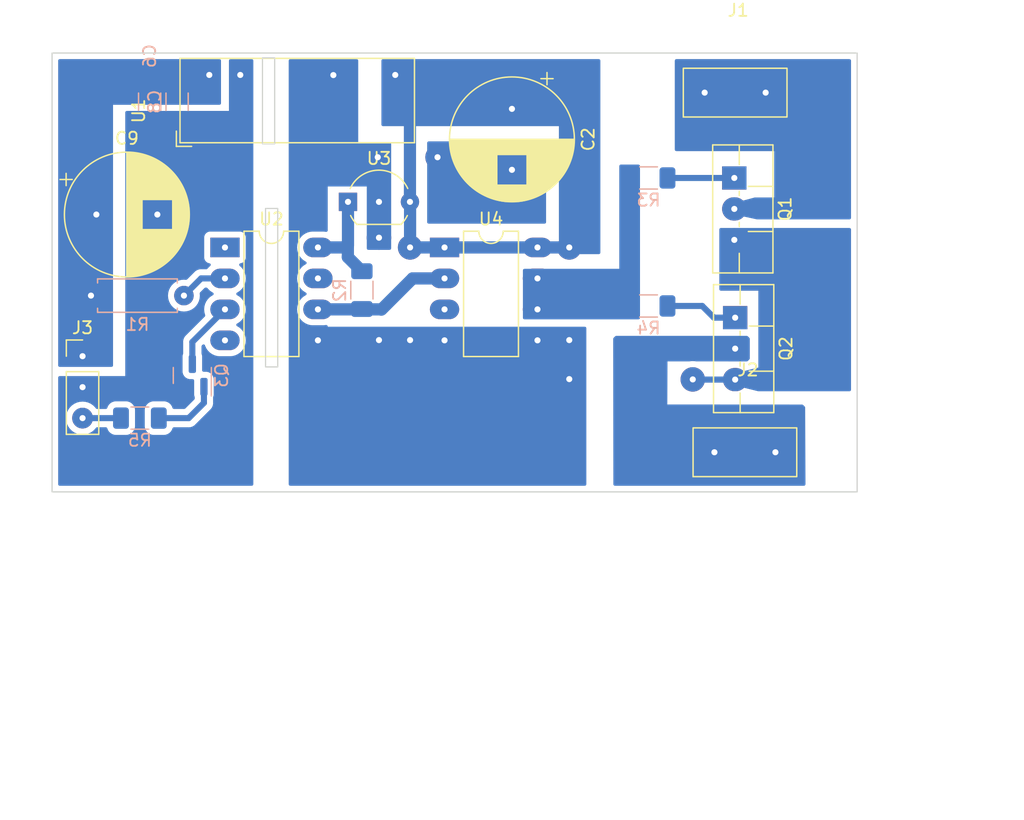
<source format=kicad_pcb>
(kicad_pcb (version 20211014) (generator pcbnew)
  (layers (0 "F.Cu" signal) (31 "B.Cu" signal) (34 "B.Paste" user) (35 "F.Paste" user) (36 "B.SilkS" user "B.Silkscreen") (37 "F.SilkS" user "F.Silkscreen") (38 "B.Mask" user) (39 "F.Mask" user) (44 "Edge.Cuts" user))
  (net 0 "")
  (net 1 "+15V")
  (net 2 "GND2")
  (net 3 "/Bidirectional-Switch/Lin")
  (net 4 "/Bidirectional-Switch/Lout")
  (net 5 "Net-(R1-Pad2)")
  (net 6 "+5V")
  (net 8 "GND")
  (net 10 "/Bidirectional-Switch/Gate1")
  (net 11 "/Bidirectional-Switch/Gate2")
  (net 12 "/Bidirectional-Switch/Gate")
  (net 13 "+12V")
  (net 14 "Net-(Q3-Pad1)")
  (net 15 "/Bidirectional-Switch/PWM")
  (net 16 "/Bidirectional-Switch/PWM2")
  (net 17 "Net-(Q3-Pad3)")
  (footprint "TerminalBlock:Spade-Terminal" (layer "F.Cu") (at 198.8 107.5)
    (fp_text reference "J2" (at 0.25 -6.75 unlocked) (layer "F.SilkS"))
    (fp_text value "Conn_01x01_Male")
    (pad "1" thru_hole circle (at 2.5 0) (size 2.5 2.5) (drill 0.5) (layers *.Cu *.Mask) (net 4 "/Bidirectional-Switch/Lout"))
    (pad "1" thru_hole circle (at -2.5 0) (size 2.5 2.5) (drill 0.5) (layers *.Cu *.Mask) (net 4 "/Bidirectional-Switch/Lout"))
  )
  (footprint "Package_TO_SOT_THT:TO-220F-3_Vertical" (layer "F.Cu") (at 198 96.46 -90)
    (fp_text reference "Q2" (at 2.54 -4.1675 -90) (layer "F.SilkS"))
    (fp_text value "Q_NMOS_GDS")
    (pad "1" thru_hole rect (at 0 0 270) (size 1.905 2) (drill 0.5) (layers *.Cu *.Mask) (net 11 "/Bidirectional-Switch/Gate2"))
    (pad "2" thru_hole oval (at 2.54 0 270) (size 1.905 2) (drill 0.5) (layers *.Cu *.Mask) (net 4 "/Bidirectional-Switch/Lout"))
    (pad "3" thru_hole oval (at 5.08 0 270) (size 1.905 2) (drill 0.5) (layers *.Cu *.Mask) (net 2 "GND2"))
  )
  (footprint "Package_TO_SOT_THT:TO-92_Inline_Wide" (layer "F.Cu") (at 166.26 86.96)
    (fp_text reference "U3" (at 2.54 -3.56) (layer "F.SilkS"))
    (fp_text value "L78L05_TO92")
    (pad "1" thru_hole rect (at 0 0) (size 1.5 1.5) (drill 0.5) (layers *.Cu *.Mask) (net 6 "+5V"))
    (pad "2" thru_hole circle (at 2.54 0) (size 1.5 1.5) (drill 0.5) (layers *.Cu *.Mask) (net 2 "GND2"))
    (pad "3" thru_hole circle (at 5.08 0) (size 1.5 1.5) (drill 0.5) (layers *.Cu *.Mask) (net 1 "+15V"))
  )
  (footprint "Package_DIP:DIP-8_W7.62mm_LongPads" (layer "F.Cu") (at 156.175 90.7)
    (fp_text reference "U2" (at 3.81 -2.33) (layer "F.SilkS"))
    (fp_text value "6N137")
    (pad "1" thru_hole rect (at 0 0) (size 2.4 1.6) (drill 0.5) (layers *.Cu *.Mask))
    (pad "2" thru_hole oval (at 0 2.54) (size 2.4 1.6) (drill 0.5) (layers *.Cu *.Mask) (net 5 "Net-(R1-Pad2)"))
    (pad "3" thru_hole oval (at 0 5.08) (size 2.4 1.6) (drill 0.5) (layers *.Cu *.Mask) (net 17 "Net-(Q3-Pad3)"))
    (pad "4" thru_hole oval (at 0 7.62) (size 2.4 1.6) (drill 0.5) (layers *.Cu *.Mask))
    (pad "5" thru_hole oval (at 7.62 7.62) (size 2.4 1.6) (drill 0.5) (layers *.Cu *.Mask) (net 2 "GND2"))
    (pad "6" thru_hole oval (at 7.62 5.08) (size 2.4 1.6) (drill 0.5) (layers *.Cu *.Mask) (net 16 "/Bidirectional-Switch/PWM2"))
    (pad "7" thru_hole oval (at 7.62 2.54) (size 2.4 1.6) (drill 0.5) (layers *.Cu *.Mask))
    (pad "8" thru_hole oval (at 7.62 0) (size 2.4 1.6) (drill 0.5) (layers *.Cu *.Mask) (net 6 "+5V"))
  )
  (footprint "Package_TO_SOT_THT:TO-220F-3_Vertical" (layer "F.Cu") (at 197.93 85 -90)
    (fp_text reference "Q1" (at 2.54 -4.1675 -90) (layer "F.SilkS"))
    (fp_text value "Q_NMOS_GDS")
    (pad "1" thru_hole rect (at 0 0 270) (size 1.905 2) (drill 0.5) (layers *.Cu *.Mask) (net 10 "/Bidirectional-Switch/Gate1"))
    (pad "2" thru_hole oval (at 2.54 0 270) (size 1.905 2) (drill 0.5) (layers *.Cu *.Mask) (net 3 "/Bidirectional-Switch/Lin"))
    (pad "3" thru_hole oval (at 5.08 0 270) (size 1.905 2) (drill 0.5) (layers *.Cu *.Mask) (net 2 "GND2"))
  )
  (footprint "Connector_PinHeader_2.54mm:PinHeader_1x03_P2.54mm_Vertical" (layer "F.Cu") (at 144.5 99.62)
    (fp_text reference "J3" (at 0 -2.33) (layer "F.SilkS"))
    (fp_text value "Conn_01x03_Male")
    (pad "1" thru_hole rect (at 0 0) (size 1.7 1.7) (drill 0.5) (layers *.Cu *.Mask) (net 13 "+12V"))
    (pad "2" thru_hole oval (at 0 2.54) (size 1.7 1.7) (drill 0.5) (layers *.Cu *.Mask) (net 8 "GND"))
    (pad "3" thru_hole oval (at 0 5.08) (size 1.7 1.7) (drill 0.5) (layers *.Cu *.Mask) (net 15 "/Bidirectional-Switch/PWM"))
  )
  (footprint "Package_DIP:DIP-8_W7.62mm_LongPads" (layer "F.Cu") (at 174.175 90.7)
    (fp_text reference "U4" (at 3.81 -2.33) (layer "F.SilkS"))
    (fp_text value "TC4420")
    (pad "1" thru_hole rect (at 0 0) (size 2.4 1.6) (drill 0.5) (layers *.Cu *.Mask) (net 1 "+15V"))
    (pad "2" thru_hole oval (at 0 2.54) (size 2.4 1.6) (drill 0.5) (layers *.Cu *.Mask) (net 16 "/Bidirectional-Switch/PWM2"))
    (pad "3" thru_hole oval (at 0 5.08) (size 2.4 1.6) (drill 0.5) (layers *.Cu *.Mask))
    (pad "4" thru_hole oval (at 0 7.62) (size 2.4 1.6) (drill 0.5) (layers *.Cu *.Mask) (net 2 "GND2"))
    (pad "5" thru_hole oval (at 7.62 7.62) (size 2.4 1.6) (drill 0.5) (layers *.Cu *.Mask) (net 2 "GND2"))
    (pad "6" thru_hole oval (at 7.62 5.08) (size 2.4 1.6) (drill 0.5) (layers *.Cu *.Mask) (net 12 "/Bidirectional-Switch/Gate"))
    (pad "7" thru_hole oval (at 7.62 2.54) (size 2.4 1.6) (drill 0.5) (layers *.Cu *.Mask) (net 12 "/Bidirectional-Switch/Gate"))
    (pad "8" thru_hole oval (at 7.62 0) (size 2.4 1.6) (drill 0.5) (layers *.Cu *.Mask) (net 1 "+15V"))
  )
  (footprint "Capacitor_THT:CP_Radial_D10.0mm_P5.00mm" (layer "F.Cu") (at 145.632323 88)
    (fp_text reference "C9" (at 2.5 -6.25) (layer "F.SilkS"))
    (fp_text value "100u")
    (pad "1" thru_hole rect (at 0 0) (size 2 2) (drill 0.5) (layers *.Cu *.Mask) (net 13 "+12V"))
    (pad "2" thru_hole circle (at 5 0) (size 2 2) (drill 0.5) (layers *.Cu *.Mask) (net 8 "GND"))
  )
  (footprint "Converter_DCDC:IHL-Series" (layer "F.Cu") (at 161.6 79 90)
    (fp_text reference "U1" (at -0.5 -12.5 90 unlocked) (layer "F.SilkS"))
    (fp_text value "IHL0212S15")
    (pad "1" thru_hole rect (at 2.45 -6.71 90) (size 1.85 1.85) (drill 0.5) (layers *.Cu *.Mask) (net 13 "+12V"))
    (pad "2" thru_hole circle (at 2.45 -4.17 90) (size 1.85 1.85) (drill 0.5) (layers *.Cu *.Mask) (net 8 "GND"))
    (pad "5" thru_hole circle (at 2.4384 3.46 90) (size 1.85 1.85) (drill 0.5) (layers *.Cu *.Mask) (net 2 "GND2"))
    (pad "7" thru_hole circle (at 2.45 8.5344 90) (size 1.85 1.85) (drill 0.5) (layers *.Cu *.Mask) (net 1 "+15V"))
  )
  (footprint "TerminalBlock:Spade-Terminal" (layer "F.Cu") (at 198 78)
    (fp_text reference "J1" (at 0.25 -6.75 unlocked) (layer "F.SilkS"))
    (fp_text value "Conn_01x01_Male")
    (pad "1" thru_hole circle (at -2.5 0) (size 2.5 2.5) (drill 0.5) (layers *.Cu *.Mask) (net 3 "/Bidirectional-Switch/Lin"))
    (pad "1" thru_hole circle (at 2.5 0) (size 2.5 2.5) (drill 0.5) (layers *.Cu *.Mask) (net 3 "/Bidirectional-Switch/Lin"))
  )
  (footprint "Capacitor_THT:CP_Radial_D10.0mm_P5.00mm" (layer "F.Cu") (at 179.7 79.332323 -90)
    (fp_text reference "C2" (at 2.5 -6.25 90) (layer "F.SilkS"))
    (fp_text value "100u")
    (pad "1" thru_hole rect (at 0 0 270) (size 2 2) (drill 0.5) (layers *.Cu *.Mask) (net 1 "+15V"))
    (pad "2" thru_hole circle (at 5 0 270) (size 2 2) (drill 0.5) (layers *.Cu *.Mask) (net 2 "GND2"))
  )
  (footprint "Resistor_SMD:R_1206_3216Metric_Pad1.30x1.75mm_HandSolder" (layer "B.Cu") (at 190.9 95.5)
    (fp_text reference "R4" (at 0 1.82) (layer "B.SilkS") (effects (justify mirror)))
    (fp_text value "10")
    (pad "1" smd roundrect (at -1.55 0) (size 1.3 1.75) (layers "B.Cu" "B.Paste" "B.Mask") (roundrect_rratio 0.1923076923) (net 12 "/Bidirectional-Switch/Gate"))
    (pad "2" smd roundrect (at 1.55 0) (size 1.3 1.75) (layers "B.Cu" "B.Paste" "B.Mask") (roundrect_rratio 0.1923076923) (net 11 "/Bidirectional-Switch/Gate2"))
  )
  (footprint "Resistor_SMD:R_1206_3216Metric_Pad1.30x1.75mm_HandSolder" (layer "B.Cu") (at 167.4 94.2 -90)
    (fp_text reference "R2" (at 0 1.82 90) (layer "B.SilkS") (effects (justify mirror)))
    (fp_text value "330")
    (pad "1" smd roundrect (at -1.55 0 270) (size 1.3 1.75) (layers "B.Cu" "B.Paste" "B.Mask") (roundrect_rratio 0.1923076923) (net 6 "+5V"))
    (pad "2" smd roundrect (at 1.55 0 270) (size 1.3 1.75) (layers "B.Cu" "B.Paste" "B.Mask") (roundrect_rratio 0.1923076923) (net 16 "/Bidirectional-Switch/PWM2"))
  )
  (footprint "Resistor_THT:R_Axial_DIN0207_L6.3mm_D2.5mm_P7.62mm_Horizontal" (layer "B.Cu") (at 145.19 94.65)
    (fp_text reference "R1" (at 3.81 2.37 180) (layer "B.SilkS") (effects (justify mirror)))
    (fp_text value "330")
    (pad "1" thru_hole circle (at 0 0) (size 1.6 1.6) (drill 0.5) (layers *.Cu *.Mask) (net 13 "+12V"))
    (pad "2" thru_hole oval (at 7.62 0) (size 1.6 1.6) (drill 0.5) (layers *.Cu *.Mask) (net 5 "Net-(R1-Pad2)"))
  )
  (footprint "Resistor_SMD:R_1206_3216Metric_Pad1.30x1.75mm_HandSolder" (layer "B.Cu") (at 149.2 104.7)
    (fp_text reference "R5" (at 0 1.82) (layer "B.SilkS") (effects (justify mirror)))
    (fp_text value "1k")
    (pad "1" smd roundrect (at -1.55 0) (size 1.3 1.75) (layers "B.Cu" "B.Paste" "B.Mask") (roundrect_rratio 0.1923076923) (net 15 "/Bidirectional-Switch/PWM"))
    (pad "2" smd roundrect (at 1.55 0) (size 1.3 1.75) (layers "B.Cu" "B.Paste" "B.Mask") (roundrect_rratio 0.1923076923) (net 14 "Net-(Q3-Pad1)"))
  )
  (footprint "Capacitor_SMD:C_1206_3216Metric_Pad1.33x1.80mm_HandSolder" (layer "B.Cu") (at 150 78.75 -90)
    (fp_text reference "C6" (at -3.75 0 90) (layer "B.SilkS") (effects (justify mirror)))
    (fp_text value "47u")
    (pad "1" smd roundrect (at -1.5625 0 270) (size 1.325 1.8) (layers "B.Cu" "B.Paste" "B.Mask") (roundrect_rratio 0.1886792453) (net 13 "+12V"))
    (pad "2" smd roundrect (at 1.5625 0 270) (size 1.325 1.8) (layers "B.Cu" "B.Paste" "B.Mask") (roundrect_rratio 0.1886792453) (net 8 "GND"))
  )
  (footprint "Capacitor_SMD:C_1206_3216Metric_Pad1.33x1.80mm_HandSolder" (layer "B.Cu") (at 152.25 78.75 -90)
    (fp_text reference "C8" (at 0 1.85 90) (layer "B.SilkS") (effects (justify mirror)))
    (fp_text value "47u")
    (pad "1" smd roundrect (at -1.5625 0 270) (size 1.325 1.8) (layers "B.Cu" "B.Paste" "B.Mask") (roundrect_rratio 0.1886792453) (net 13 "+12V"))
    (pad "2" smd roundrect (at 1.5625 0 270) (size 1.325 1.8) (layers "B.Cu" "B.Paste" "B.Mask") (roundrect_rratio 0.1886792453) (net 8 "GND"))
  )
  (footprint "Package_TO_SOT_SMD:SOT-23" (layer "B.Cu") (at 153.5 101.2 90)
    (fp_text reference "Q3" (at 0 2.4 90) (layer "B.SilkS") (effects (justify mirror)))
    (fp_text value "BC817")
    (pad "1" smd roundrect (at -0.9375 0.95 90) (size 1.475 0.6) (layers "B.Cu" "B.Paste" "B.Mask") (net 14 "Net-(Q3-Pad1)"))
    (pad "2" smd roundrect (at -0.9375 -0.95 90) (size 1.475 0.6) (layers "B.Cu" "B.Paste" "B.Mask") (net 8 "GND"))
    (pad "3" smd roundrect (at 0.9375 0 90) (size 1.475 0.6) (layers "B.Cu" "B.Paste" "B.Mask") (net 17 "Net-(Q3-Pad3)"))
  )
  (footprint "Resistor_SMD:R_1206_3216Metric_Pad1.30x1.75mm_HandSolder" (layer "B.Cu") (at 190.9 85)
    (fp_text reference "R3" (at 0 1.82) (layer "B.SilkS") (effects (justify mirror)))
    (fp_text value "10")
    (pad "1" smd roundrect (at -1.55 0) (size 1.3 1.75) (layers "B.Cu" "B.Paste" "B.Mask") (roundrect_rratio 0.1923076923) (net 12 "/Bidirectional-Switch/Gate"))
    (pad "2" smd roundrect (at 1.55 0) (size 1.3 1.75) (layers "B.Cu" "B.Paste" "B.Mask") (roundrect_rratio 0.1923076923) (net 10 "/Bidirectional-Switch/Gate1"))
  )
  (gr_rect (start 159.5 87.5) (end 160.5 100.5) (layer "Edge.Cuts") (width 0.1) (fill none))
  (gr_rect (start 142 74.75) (end 208 110.75) (layer "Edge.Cuts") (width 0.1) (fill none))
  (gr_rect (start 159.25 75.15) (end 160.25 82.2) (layer "Edge.Cuts") (width 0.1) (fill none))
  (via (at 171.35 90.7) (size 2) (drill 0.5) (layers "F.Cu" "B.Cu") (net 1))
  (via (at 184.4 90.7) (size 2) (drill 0.5) (layers "F.Cu" "B.Cu") (net 1))
  (segment (start 181.795 90.7) (end 184.4 90.7) (width 1) (layer "B.Cu") (net 1))
  (segment (start 171.35 86.97) (end 171.34 86.96) (width 1) (layer "B.Cu") (net 1))
  (segment (start 181.795 90.7) (end 174.175 90.7) (width 1) (layer "B.Cu") (net 1))
  (segment (start 170.1344 76.55) (end 171.34 77.7556) (width 1) (layer "B.Cu") (net 1))
  (segment (start 174.175 90.7) (end 171.35 90.7) (width 1) (layer "B.Cu") (net 1))
  (segment (start 171.34 77.7556) (end 171.34 86.96) (width 1) (layer "B.Cu") (net 1))
  (segment (start 171.35 90.7) (end 171.35 86.97) (width 1) (layer "B.Cu") (net 1))
  (via (at 168.7 83.3) (size 2) (drill 0.5) (layers "F.Cu" "B.Cu") (net 2))
  (via (at 194.525 101.525) (size 2) (drill 0.5) (layers "F.Cu" "B.Cu") (net 2))
  (via (at 184.4 98.3) (size 2) (drill 0.5) (layers "F.Cu" "B.Cu") (net 2))
  (via (at 173.6 83.3) (size 2) (drill 0.5) (layers "F.Cu" "B.Cu") (net 2))
  (via (at 171.35 98.3) (size 2) (drill 0.5) (layers "F.Cu" "B.Cu") (net 2))
  (via (at 184.4 101.5) (size 2) (drill 0.5) (layers "F.Cu" "B.Cu") (net 2))
  (via (at 168.8 98.3) (size 2) (drill 0.5) (layers "F.Cu" "B.Cu") (net 2))
  (via (at 168.8 89.9) (size 2) (drill 0.5) (layers "F.Cu" "B.Cu") (net 2))
  (segment (start 194.54 101.54) (end 194.525 101.525) (width 0.5) (layer "B.Cu") (net 2))
  (segment (start 168.8 86.96) (end 168.8 89.9) (width 1) (layer "B.Cu") (net 2))
  (segment (start 184.38 98.32) (end 184.4 98.3) (width 1) (layer "B.Cu") (net 2))
  (segment (start 198 101.54) (end 194.54 101.54) (width 0.5) (layer "B.Cu") (net 2))
  (segment (start 152.81 94.65) (end 154.22 93.24) (width 0.5) (layer "B.Cu") (net 5))
  (segment (start 154.22 93.24) (end 156.175 93.24) (width 0.5) (layer "B.Cu") (net 5))
  (segment (start 166.25 90.25) (end 166.25 91.5) (width 1) (layer "B.Cu") (net 6))
  (segment (start 166.26 90.54) (end 166.26 86.96) (width 1) (layer "B.Cu") (net 6))
  (segment (start 163.795 90.7) (end 166.1 90.7) (width 1) (layer "B.Cu") (net 6))
  (segment (start 166.25 91.5) (end 167.4 92.65) (width 1) (layer "B.Cu") (net 6))
  (segment (start 197.93 85) (end 192.45 85) (width 0.5) (layer "B.Cu") (net 10))
  (segment (start 192.45 95.5) (end 195.3 95.5) (width 0.5) (layer "B.Cu") (net 11))
  (segment (start 195.3 95.5) (end 196.26 96.46) (width 0.5) (layer "B.Cu") (net 11))
  (segment (start 196.26 96.46) (end 198 96.46) (width 0.5) (layer "B.Cu") (net 11))
  (segment (start 154.45 103.45) (end 153.2 104.7) (width 0.5) (layer "B.Cu") (net 14))
  (segment (start 154.45 102.1375) (end 154.45 103.45) (width 0.5) (layer "B.Cu") (net 14))
  (segment (start 153.2 104.7) (end 150.75 104.7) (width 0.5) (layer "B.Cu") (net 14))
  (segment (start 147.65 104.7) (end 144 104.7) (width 0.5) (layer "B.Cu") (net 15))
  (segment (start 174.175 93.24) (end 171.56 93.24) (width 1) (layer "B.Cu") (net 16))
  (segment (start 168.98 95.78) (end 163.795 95.78) (width 1) (layer "B.Cu") (net 16))
  (segment (start 171.56 93.24) (end 169 95.8) (width 1) (layer "B.Cu") (net 16))
  (segment (start 153.5 98.455) (end 153.5 100.2625) (width 0.5) (layer "B.Cu") (net 17))
  (segment (start 156.175 95.78) (end 153.5 98.455) (width 0.5) (layer "B.Cu") (net 17))
  (zone (net 12) (net_name "/Bidirectional-Switch/Gate") (layer "B.Cu") (connect_pads yes (clearance 0.5)) (min_thickness 0.254) (fill yes (thermal_gap 0.508) (thermal_bridge_width 0.508))
    (polygon (pts (xy 190.2 96.6) (xy 180.6 96.6) (xy 180.6 92.45) (xy 188.5 92.45) (xy 188.5 83.9) (xy 190.2 83.9)))
  )
  (zone (net 8) (net_name "GND") (layer "B.Cu") (connect_pads yes (clearance 0.5)) (min_thickness 0.25) (fill yes (thermal_gap 0.5) (thermal_bridge_width 0.5))
    (polygon (pts (xy 158.5 110.75) (xy 142 110.75) (xy 142 101.25) (xy 148 101.25) (xy 148 79.5) (xy 156.5 79.5) (xy 156.5 74.75) (xy 158.5 74.75)))
  )
  (zone (net 1) (net_name "+15V") (layer "B.Cu") (connect_pads yes (clearance 0.5)) (min_thickness 0.25) (fill yes (thermal_gap 0.5) (thermal_bridge_width 0.5))
    (polygon (pts (xy 186.95 91.25) (xy 183.55 91.25) (xy 183.55 80.75) (xy 169 80.75) (xy 169 74.7) (xy 186.95 74.7)))
  )
  (zone (net 2) (net_name "GND2") (layer "B.Cu") (connect_pads yes (clearance 0.5)) (min_thickness 0.254) (fill yes (thermal_gap 0.508) (thermal_bridge_width 0.508))
    (polygon (pts (xy 208 102.5) (xy 199.9 102.5) (xy 197.05 101.8) (xy 197.05 101.25) (xy 199.9 100.55) (xy 199.9 94.25) (xy 196.7 94.25) (xy 196.7 89.1) (xy 208 89.1)))
  )
  (zone (net 4) (net_name "/Bidirectional-Switch/Lout") (layer "B.Cu") (connect_pads yes (clearance 0.5)) (min_thickness 0.25) (fill yes (thermal_gap 0.5) (thermal_bridge_width 0.5) (smoothing chamfer) (radius 0.2))
    (polygon (pts (xy 199.2 100.05) (xy 192.451973 100.048435) (xy 192.438081 103.580956) (xy 203.7378 103.58623) (xy 203.767822 110.744408) (xy 188.01613 110.741089) (xy 188 97.95) (xy 199.2 97.95)))
  )
  (zone (net 13) (net_name "+12V") (layer "B.Cu") (connect_pads yes (clearance 0.5)) (min_thickness 0.25) (fill yes (thermal_gap 0.5) (thermal_bridge_width 0.75))
    (polygon (pts (xy 155.85 79) (xy 147 79) (xy 147 100.5) (xy 142 100.5) (xy 142 74.75) (xy 155.85 74.75)))
  )
  (zone (net 3) (net_name "/Bidirectional-Switch/Lin") (layer "B.Cu") (connect_pads yes (clearance 0.5)) (min_thickness 0.254) (fill yes (thermal_gap 0.508) (thermal_bridge_width 0.508))
    (polygon (pts (xy 208 88.4) (xy 199.8 88.4) (xy 197 87.8) (xy 197 87.3) (xy 199.6 86.6) (xy 201.2 86.6) (xy 201.2 82.8) (xy 193.05 82.8) (xy 193.05 74.75) (xy 208 74.75)))
  )
  (zone (net 2) (net_name "GND2") (layer "B.Cu") (connect_pads yes (clearance 0.5)) (min_thickness 0.25) (fill yes (thermal_gap 0.5) (thermal_bridge_width 0.5))
    (polygon (pts (xy 167.1 82.1) (xy 169.8 82.1) (xy 169.8 90.9) (xy 167.8 90.9) (xy 167.8 85.7) (xy 164.6 85.7) (xy 164.6 97.2) (xy 185.8 97.2) (xy 185.8 100.3) (xy 185.8 101.3) (xy 185.8 110.75) (xy 161.4 110.75) (xy 161.4 74.7) (xy 167.1 74.7)))
  )
  (zone (net 2) (net_name "GND2") (layer "B.Cu") (connect_pads yes (clearance 0)) (min_thickness 0.25) (fill yes (thermal_gap 0.5) (thermal_bridge_width 0.5))
    (polygon (pts (xy 182.5 88.75) (xy 172.75 88.75) (xy 172.75 82) (xy 182.5 82)))
  )
)
</source>
